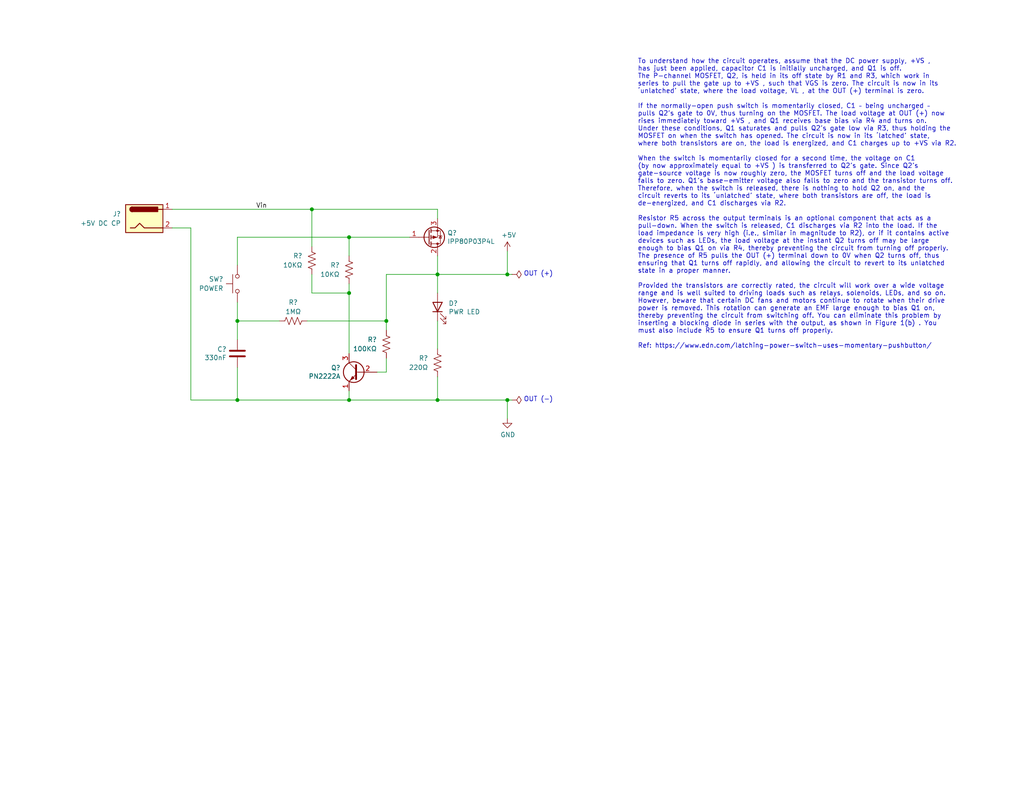
<source format=kicad_sch>
(kicad_sch (version 20211123) (generator eeschema)
  (paper "USLetter")
  (title_block (title "Latching power on") (date "2022-09-30") (rev "1") (company "Frederic Segard - aka: The Micro Hobbyist"))
  (lib_symbols
    (symbol "Connector:Barrel_Jack" (pin_names (offset 1.016))
      (property "Reference" "J" (at 0 5.334 0))
      (property "Value" "Barrel_Jack" (at 0 -5.08 0))
      (symbol "Barrel_Jack_0_1"
        (rectangle (start -5.08 3.81) (end 5.08 -3.81) (stroke (width 0.254)) (fill (type background)))
        (arc (start -3.302 3.175) (mid -3.937 2.54) (end -3.302 1.905) (stroke (width 0.254)))
        (arc (start -3.302 3.175) (mid -3.937 2.54) (end -3.302 1.905) (stroke (width 0.254)) (fill (type outline)))
        (polyline (pts (xy 5.08 2.54) (xy 3.81 2.54)) (stroke (width 0.254)))
        (polyline (pts (xy -3.81 -2.54) (xy -2.54 -2.54) (xy -1.27 -1.27) (xy 0 -2.54) (xy 2.54 -2.54) (xy 5.08 -2.54)) (stroke (width 0.254)))
        (rectangle (start 3.683 3.175) (end -3.302 1.905) (stroke (width 0.254)) (fill (type outline)))
      )
      (symbol "Barrel_Jack_1_1"
        (pin passive line (at 7.62 2.54 180) (length 2.54) (name "~") (number "1"))
        (pin passive line (at 7.62 -2.54 180) (length 2.54) (name "~") (number "2"))
      )
    )
    (symbol "Device:C" (pin_numbers hide) (pin_names (offset 0.254))
      (property "Reference" "C" (at 0.635 2.54 0))
      (property "Value" "C" (at 0.635 -2.54 0))
      (symbol "C_0_1"
        (polyline (pts (xy -2.032 -0.762) (xy 2.032 -0.762)) (stroke (width 0.508)))
        (polyline (pts (xy -2.032 0.762) (xy 2.032 0.762)) (stroke (width 0.508)))
      )
      (symbol "C_1_1"
        (pin passive line (at 0 3.81 270) (length 2.794) (name "~") (number "1"))
        (pin passive line (at 0 -3.81 90) (length 2.794) (name "~") (number "2"))
      )
    )
    (symbol "Device:LED" (pin_numbers hide) (pin_names (offset 1.016) hide)
      (property "Reference" "D" (at 0 2.54 0))
      (property "Value" "LED" (at 0 -2.54 0))
      (symbol "LED_0_1"
        (polyline (pts (xy -1.27 -1.27) (xy -1.27 1.27)) (stroke (width 0.254)))
        (polyline (pts (xy -1.27 0) (xy 1.27 0)))
        (polyline (pts (xy 1.27 -1.27) (xy 1.27 1.27) (xy -1.27 0) (xy 1.27 -1.27)) (stroke (width 0.254)))
        (polyline (pts (xy -3.048 -0.762) (xy -4.572 -2.286) (xy -3.81 -2.286) (xy -4.572 -2.286) (xy -4.572 -1.524)))
        (polyline (pts (xy -1.778 -0.762) (xy -3.302 -2.286) (xy -2.54 -2.286) (xy -3.302 -2.286) (xy -3.302 -1.524)))
      )
      (symbol "LED_1_1"
        (pin passive line (at -3.81 0 0) (length 2.54) (name "K") (number "1"))
        (pin passive line (at 3.81 0 180) (length 2.54) (name "A") (number "2"))
      )
    )
    (symbol "Device:R_US" (pin_numbers hide) (pin_names (offset 0))
      (property "Reference" "R" (at 2.54 0 90))
      (property "Value" "R_US" (at -2.54 0 90))
      (symbol "R_US_0_1"
        (polyline (pts (xy 0 -2.286) (xy 0 -2.54)))
        (polyline (pts (xy 0 2.286) (xy 0 2.54)))
        (polyline (pts (xy 0 -0.762) (xy 1.016 -1.143) (xy 0 -1.524) (xy -1.016 -1.905) (xy 0 -2.286)))
        (polyline (pts (xy 0 0.762) (xy 1.016 0.381) (xy 0 0) (xy -1.016 -0.381) (xy 0 -0.762)))
        (polyline (pts (xy 0 2.286) (xy 1.016 1.905) (xy 0 1.524) (xy -1.016 1.143) (xy 0 0.762)))
      )
      (symbol "R_US_1_1"
        (pin passive line (at 0 3.81 270) (length 1.27) (name "~") (number "1"))
        (pin passive line (at 0 -3.81 90) (length 1.27) (name "~") (number "2"))
      )
    )
    (symbol "Switch:SW_Push" (pin_numbers hide) (pin_names (offset 1.016) hide)
      (property "Reference" "SW" (at 1.27 2.54 0))
      (property "Value" "SW_Push" (at 0 -1.524 0))
      (symbol "SW_Push_0_1"
        (circle (center -2.032 0) (radius 0.508))
        (polyline (pts (xy 0 1.27) (xy 0 3.048)))
        (polyline (pts (xy 2.54 1.27) (xy -2.54 1.27)))
        (circle (center 2.032 0) (radius 0.508))
        (pin passive line (at -5.08 0 0) (length 2.54) (name "1") (number "1"))
        (pin passive line (at 5.08 0 180) (length 2.54) (name "2") (number "2"))
      )
    )
    (symbol "Transistor_BJT:PN2222A" (pin_names (offset 0) hide)
      (property "Reference" "Q" (at 5.08 1.905 0))
      (property "Value" "PN2222A" (at 5.08 0 0))
      (symbol "PN2222A_0_1"
        (polyline (pts (xy 0 0) (xy 0.635 0)))
        (polyline (pts (xy 2.54 -2.54) (xy 0.635 -0.635)))
        (polyline (pts (xy 2.54 2.54) (xy 0.635 0.635)))
        (polyline (pts (xy 0.635 1.905) (xy 0.635 -1.905) (xy 0.635 -1.905)) (stroke (width 0.508)))
        (polyline (pts (xy 2.413 -2.413) (xy 1.905 -1.905) (xy 1.905 -1.905)))
        (polyline (pts (xy 1.143 -1.651) (xy 1.651 -1.143) (xy 2.159 -2.159) (xy 1.143 -1.651) (xy 1.143 -1.651)) (fill (type outline)))
        (circle (center 1.27 0) (radius 2.8194) (stroke (width 0.254)))
      )
      (symbol "PN2222A_1_1"
        (pin passive line (at 2.54 -5.08 90) (length 2.54) (name "E") (number "1"))
        (pin input line (at -5.08 0 0) (length 5.08) (name "B") (number "2"))
        (pin passive line (at 2.54 5.08 270) (length 2.54) (name "C") (number "3"))
      )
    )
    (symbol "Transistor_FET:IRF4905" (pin_names hide)
      (property "Reference" "Q" (at 5.08 1.905 0))
      (property "Value" "IRF4905" (at 5.08 0 0))
      (symbol "IRF4905_0_1"
        (polyline (pts (xy 0.254 0) (xy -2.54 0)))
        (polyline (pts (xy 0.254 1.905) (xy 0.254 -1.905)) (stroke (width 0.254)))
        (polyline (pts (xy 0.762 -1.27) (xy 0.762 -2.286)) (stroke (width 0.254)))
        (polyline (pts (xy 0.762 0.508) (xy 0.762 -0.508)) (stroke (width 0.254)))
        (polyline (pts (xy 0.762 2.286) (xy 0.762 1.27)) (stroke (width 0.254)))
        (polyline (pts (xy 2.54 2.54) (xy 2.54 1.778)))
        (polyline (pts (xy 2.54 -2.54) (xy 2.54 0) (xy 0.762 0)))
        (polyline (pts (xy 0.762 1.778) (xy 3.302 1.778) (xy 3.302 -1.778) (xy 0.762 -1.778)))
        (polyline (pts (xy 2.286 0) (xy 1.27 0.381) (xy 1.27 -0.381) (xy 2.286 0)) (fill (type outline)))
        (polyline (pts (xy 2.794 -0.508) (xy 2.921 -0.381) (xy 3.683 -0.381) (xy 3.81 -0.254)))
        (polyline (pts (xy 3.302 -0.381) (xy 2.921 0.254) (xy 3.683 0.254) (xy 3.302 -0.381)))
        (circle (center 1.651 0) (radius 2.794) (stroke (width 0.254)))
        (circle (center 2.54 -1.778) (radius 0.254) (fill (type outline)))
        (circle (center 2.54 1.778) (radius 0.254) (fill (type outline)))
      )
      (symbol "IRF4905_1_1"
        (pin input line (at -5.08 0 0) (length 2.54) (name "G") (number "1"))
        (pin passive line (at 2.54 5.08 270) (length 2.54) (name "D") (number "2"))
        (pin passive line (at 2.54 -5.08 90) (length 2.54) (name "S") (number "3"))
      )
    )
    (symbol "power:+5V" (power) (pin_names (offset 0))
      (property "Value" "+5V" (at 0 3.556 0))
      (symbol "+5V_0_1"
        (polyline (pts (xy -0.762 1.27) (xy 0 2.54)))
        (polyline (pts (xy 0 0) (xy 0 2.54)))
        (polyline (pts (xy 0 2.54) (xy 0.762 1.27)))
      )
      (symbol "+5V_1_1"
        (pin power_in line (at 0 0 90) (length 0) hide (name "+5V") (number "1"))
      )
    )
    (symbol "power:GND" (power) (pin_names (offset 0))
      (property "Value" "GND" (at 0 -3.81 0))
      (symbol "GND_0_1"
        (polyline (pts (xy 0 0) (xy 0 -1.27) (xy 1.27 -1.27) (xy 0 -2.54) (xy -1.27 -1.27) (xy 0 -1.27)))
      )
      (symbol "GND_1_1"
        (pin power_in line (at 0 0 270) (length 0) hide (name "GND") (number "1"))
      )
    )
    (symbol "power:PWR_FLAG" (power) (pin_numbers hide) (pin_names (offset 0) hide)
      (property "Value" "PWR_FLAG" (at 0 3.81 0))
      (symbol "PWR_FLAG_0_0"
        (pin power_out line (at 0 0 90) (length 0) (name "pwr") (number "1"))
      )
      (symbol "PWR_FLAG_0_1"
        (polyline (pts (xy 0 0) (xy 0 1.27) (xy -1.016 1.905) (xy 0 2.54) (xy 1.016 1.905) (xy 0 1.27)))
      )
    )
  )
  (junction (at 85.09 57.15))
  (junction (at 64.77 87.63))
  (junction (at 105.41 87.63))
  (junction (at 138.43 74.93))
  (junction (at 95.25 80.01))
  (junction (at 138.43 109.22))
  (junction (at 119.38 109.22))
  (junction (at 119.38 74.93))
  (junction (at 95.25 109.22))
  (junction (at 95.25 64.77))
  (junction (at 64.77 109.22))
  (wire (pts (xy 105.41 87.63) (xy 105.41 90.17)))
  (wire (pts (xy 64.77 87.63) (xy 64.77 82.55)))
  (wire (pts (xy 64.77 92.71) (xy 64.77 87.63)))
  (wire (pts (xy 119.38 80.01) (xy 119.38 74.93)))
  (wire (pts (xy 105.41 87.63) (xy 83.82 87.63)))
  (wire (pts (xy 119.38 69.85) (xy 119.38 74.93)))
  (wire (pts (xy 95.25 109.22) (xy 119.38 109.22)))
  (wire (pts (xy 119.38 95.25) (xy 119.38 87.63)))
  (wire (pts (xy 85.09 80.01) (xy 85.09 74.93)))
  (wire (pts (xy 139.7 109.22) (xy 138.43 109.22)))
  (wire (pts (xy 105.41 74.93) (xy 105.41 87.63)))
  (wire (pts (xy 105.41 101.6) (xy 105.41 97.79)))
  (wire (pts (xy 95.25 106.68) (xy 95.25 109.22)))
  (wire (pts (xy 95.25 80.01) (xy 95.25 96.52)))
  (wire (pts (xy 64.77 100.33) (xy 64.77 109.22)))
  (wire (pts (xy 95.25 109.22) (xy 64.77 109.22)))
  (wire (pts (xy 52.07 62.23) (xy 52.07 109.22)))
  (wire (pts (xy 95.25 77.47) (xy 95.25 80.01)))
  (wire (pts (xy 95.25 80.01) (xy 85.09 80.01)))
  (wire (pts (xy 95.25 69.85) (xy 95.25 64.77)))
  (wire (pts (xy 138.43 109.22) (xy 119.38 109.22)))
  (wire (pts (xy 64.77 109.22) (xy 52.07 109.22)))
  (wire (pts (xy 138.43 74.93) (xy 119.38 74.93)))
  (wire (pts (xy 85.09 67.31) (xy 85.09 57.15)))
  (wire (pts (xy 95.25 64.77) (xy 111.76 64.77)))
  (wire (pts (xy 119.38 57.15) (xy 119.38 59.69)))
  (wire (pts (xy 138.43 68.58) (xy 138.43 74.93)))
  (wire (pts (xy 102.87 101.6) (xy 105.41 101.6)))
  (wire (pts (xy 46.99 62.23) (xy 52.07 62.23)))
  (wire (pts (xy 64.77 64.77) (xy 95.25 64.77)))
  (wire (pts (xy 119.38 102.87) (xy 119.38 109.22)))
  (wire (pts (xy 64.77 87.63) (xy 76.2 87.63)))
  (wire (pts (xy 85.09 57.15) (xy 119.38 57.15)))
  (wire (pts (xy 138.43 109.22) (xy 138.43 114.3)))
  (wire (pts (xy 105.41 74.93) (xy 119.38 74.93)))
  (wire (pts (xy 46.99 57.15) (xy 85.09 57.15)))
  (wire (pts (xy 64.77 64.77) (xy 64.77 72.39)))
  (wire (pts (xy 139.7 74.93) (xy 138.43 74.93)))
  (text "OUT (-)" (at 142.875 109.855 0) (effects (font (size 1.27 1.27)) (justify left bottom)))
  (text "OUT (+)" (at 142.875 75.565 0) (effects (font (size 1.27 1.27)) (justify left bottom)))
  (text "To understand how the circuit operates, assume that the DC power supply, +VS ,\nhas just been applied, capacitor C1 is initially uncharged, and Q1 is off.\nThe P-channel MOSFET, Q2, is held in its off state by R1 and R3, which work in \nseries to pull the gate up to +VS , such that VGS is zero. The circuit is now in its\n‘unlatched’ state, where the load voltage, VL , at the OUT (+) terminal is zero.\n\nIf the normally-open push switch is momentarily closed, C1 – being uncharged – \npulls Q2’s gate to 0V, thus turning on the MOSFET. The load voltage at OUT (+) now\nrises immediately toward +VS , and Q1 receives base bias via R4 and turns on. \nUnder these conditions, Q1 saturates and pulls Q2’s gate low via R3, thus holding the\nMOSFET on when the switch has opened. The circuit is now in its ‘latched’ state, \nwhere both transistors are on, the load is energized, and C1 charges up to +VS via R2.\n\nWhen the switch is momentarily closed for a second time, the voltage on C1 \n(by now approximately equal to +VS ) is transferred to Q2’s gate. Since Q2’s\ngate-source voltage is now roughly zero, the MOSFET turns off and the load voltage \nfalls to zero. Q1’s base-emitter voltage also falls to zero and the transistor turns off. \nTherefore, when the switch is released, there is nothing to hold Q2 on, and the\ncircuit reverts to its ‘unlatched’ state, where both transistors are off, the load is \nde-energized, and C1 discharges via R2.\n\nResistor R5 across the output terminals is an optional component that acts as a \npull-down. When the switch is released, C1 discharges via R2 into the load. If the \nload impedance is very high (i.e., similar in magnitude to R2), or if it contains active\ndevices such as LEDs, the load voltage at the instant Q2 turns off may be large\nenough to bias Q1 on via R4, thereby preventing the circuit from turning off properly.\nThe presence of R5 pulls the OUT (+) terminal down to 0V when Q2 turns off, thus\nensuring that Q1 turns off rapidly, and allowing the circuit to revert to its unlatched \nstate in a proper manner.\n\nProvided the transistors are correctly rated, the circuit will work over a wide voltage\nrange and is well suited to driving loads such as relays, solenoids, LEDs, and so on.\nHowever, beware that certain DC fans and motors continue to rotate when their drive\npower is removed. This rotation can generate an EMF large enough to bias Q1 on,\nthereby preventing the circuit from switching off. You can eliminate this problem by \ninserting a blocking diode in series with the output, as shown in Figure 1(b) . You \nmust also include R5 to ensure Q1 turns off properly.\n\nRef: https://www.edn.com/latching-power-switch-uses-momentary-pushbutton/" (at 173.99 95.25 0) (effects (font (size 1.27 1.27)) (justify left bottom)))
  (label "Vin" (at 69.85 57.15 0))
  (symbol (lib_id "Transistor_BJT:PN2222A") (at 97.79 101.6 0) (mirror y) (unit 1)
    (property "Reference" "Q?" (at 92.9386 100.4316 0) (effects (justify left)))
    (property "Value" "PN2222A" (at 92.9386 102.743 0) (effects (justify left)))
    (property "Footprint" "Package_TO_SOT_THT:TO-92_Inline_Wide" (effects hide))
    (property "Datasheet" "https://www.onsemi.com/pub/Collateral/PN2222-D.PDF" (effects hide))
  )
  (symbol (lib_id "Connector:Barrel_Jack") (at 39.37 59.69 0) (unit 1)
    (property "Reference" "J?" (at 33.02 58.42 0) (effects (justify right)))
    (property "Value" "+5V DC CP" (at 33.02 60.96 0) (effects (justify right)))
    (property "Footprint" "Connector_BarrelJack:BarrelJack_Horizontal" (effects hide))
  )
  (symbol (lib_id "Transistor_FET:IRF4905") (at 116.84 64.77 0) (mirror x) (unit 1)
    (property "Reference" "Q?" (at 122.047 63.6016 0) (effects (justify left)))
    (property "Value" "IPP80P03P4L" (at 122.047 65.913 0) (effects (justify left)))
    (property "Footprint" "Package_TO_SOT_THT:TO-220-3_Horizontal_TabDown" (effects hide))
    (property "Datasheet" "http://www.infineon.com/dgdl/irf4905.pdf?fileId=5546d462533600a4015355e32165197c" (effects hide))
  )
  (symbol (lib_id "Device:R_US") (at 95.25 73.66 180) (unit 1)
    (property "Reference" "R?" (at 92.71 72.39 0) (effects (justify left)))
    (property "Value" "10KΩ" (at 92.71 74.93 0) (effects (justify left)))
    (property "Footprint" "Resistor_THT:R_Axial_DIN0207_L6.3mm_D2.5mm_P10.16mm_Horizontal" (effects hide))
  )
  (symbol (lib_id "Device:R_US") (at 85.09 71.12 180) (unit 1)
    (property "Reference" "R?" (at 82.55 69.85 0) (effects (justify left)))
    (property "Value" "10KΩ" (at 82.55 72.39 0) (effects (justify left)))
    (property "Footprint" "Resistor_THT:R_Axial_DIN0207_L6.3mm_D2.5mm_P10.16mm_Horizontal" (effects hide))
  )
  (symbol (lib_id "Switch:SW_Push") (at 64.77 77.47 90) (mirror x) (unit 1)
    (property "Reference" "SW?" (at 60.96 76.2 90) (effects (justify left)))
    (property "Value" "POWER" (at 60.96 78.74 90) (effects (justify left)))
    (property "Footprint" "Button_Switch_THT:SW_PUSH_6mm" (effects hide))
  )
  (symbol (lib_id "Device:R_US") (at 105.41 93.98 180) (unit 1)
    (property "Reference" "R?" (at 102.87 92.71 0) (effects (justify left)))
    (property "Value" "100KΩ" (at 102.87 95.25 0) (effects (justify left)))
    (property "Footprint" "Resistor_THT:R_Axial_DIN0207_L6.3mm_D2.5mm_P10.16mm_Horizontal" (effects hide))
  )
  (symbol (lib_id "Device:R_US") (at 80.01 87.63 90) (unit 1)
    (property "Reference" "R?" (at 80.01 82.55 90))
    (property "Value" "1MΩ" (at 80.01 85.09 90))
    (property "Footprint" "Resistor_THT:R_Axial_DIN0207_L6.3mm_D2.5mm_P10.16mm_Horizontal" (effects hide))
  )
  (symbol (lib_id "Device:C") (at 64.77 96.52 0) (mirror y) (unit 1)
    (property "Reference" "C?" (at 61.849 95.3516 0) (effects (justify left)))
    (property "Value" "330nF" (at 61.849 97.663 0) (effects (justify left)))
    (property "Footprint" "Capacitor_THT:C_Disc_D3.0mm_W1.6mm_P2.50mm" (effects hide))
  )
  (symbol (lib_id "Device:R_US") (at 119.38 99.06 180) (unit 1)
    (property "Reference" "R?" (at 116.84 97.79 0) (effects (justify left)))
    (property "Value" "220Ω" (at 116.84 100.33 0) (effects (justify left)))
    (property "Footprint" "Resistor_THT:R_Axial_DIN0207_L6.3mm_D2.5mm_P10.16mm_Horizontal" (effects hide))
  )
  (symbol (lib_id "power:+5V") (at 138.43 68.58 0) (unit 1)
    (property "Reference" "#PWR?" (effects hide))
    (property "Value" "+5V" (at 138.811 64.1858 0))
  )
  (symbol (lib_id "power:PWR_FLAG") (at 139.7 74.93 270) (unit 1)
    (property "Reference" "#FLG?" (effects hide))
    (property "Value" "PWR_FLAG" (effects hide))
  )
  (symbol (lib_id "power:PWR_FLAG") (at 139.7 109.22 270) (unit 1)
    (property "Reference" "#FLG?" (effects hide))
    (property "Value" "PWR_FLAG" (effects hide))
  )
  (symbol (lib_id "power:GND") (at 138.43 114.3 0) (unit 1)
    (property "Reference" "#PWR?" (effects hide))
    (property "Value" "GND" (at 138.557 118.6942 0))
  )
  (symbol (lib_id "Device:LED") (at 119.38 83.82 90) (unit 1)
    (property "Reference" "D?" (at 122.3772 82.8294 90) (effects (justify right)))
    (property "Value" "PWR LED" (at 122.3772 85.1408 90) (effects (justify right)))
    (property "Footprint" "LED_THT:LED_D3.0mm" (effects hide))
  )
)
</source>
